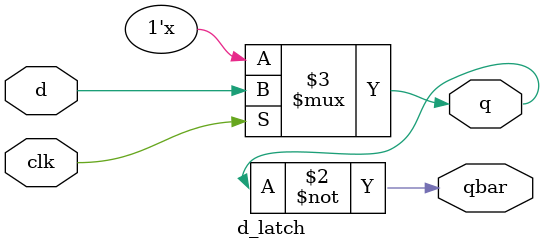
<source format=v>
module d_latch(q,qbar,clk,d);
    input d,clk;
    output  q,qbar;
    reg q;
    always @(d or clk)
    begin
    if(clk)
      q<=d;
    end
    assign qbar = ~q;
endmodule


</source>
